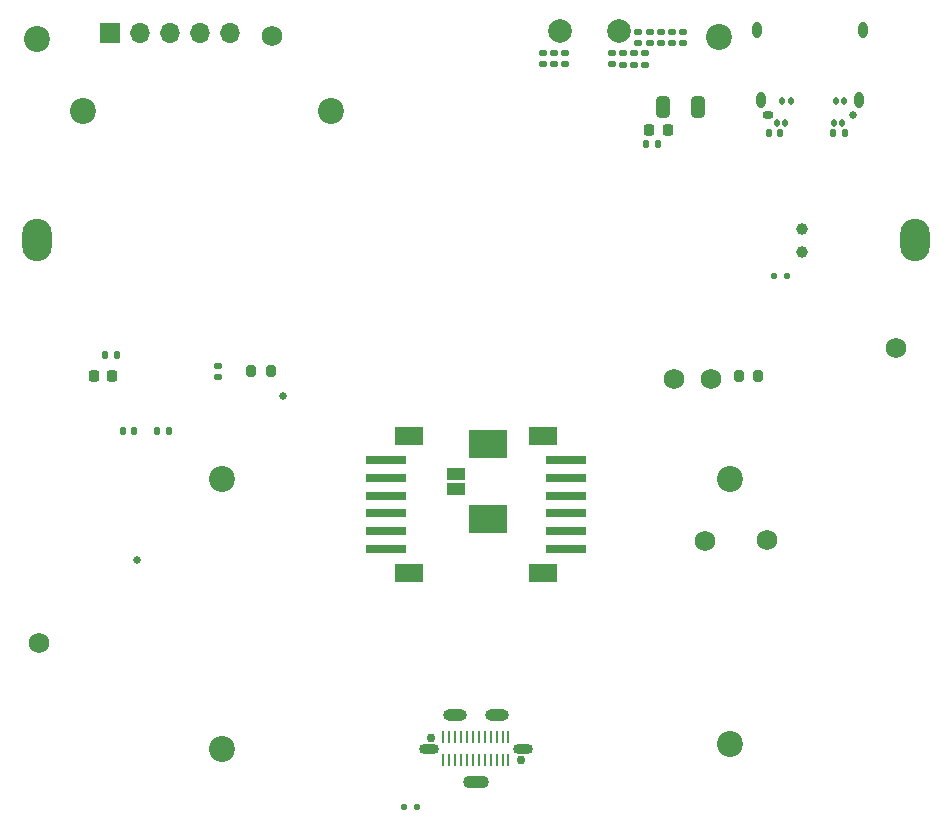
<source format=gbr>
%TF.GenerationSoftware,KiCad,Pcbnew,7.0.6-7.0.6~ubuntu22.04.1*%
%TF.CreationDate,2023-09-28T11:17:33-04:00*%
%TF.ProjectId,robot,726f626f-742e-46b6-9963-61645f706362,rev?*%
%TF.SameCoordinates,PX3938700PY9896800*%
%TF.FileFunction,Soldermask,Bot*%
%TF.FilePolarity,Negative*%
%FSLAX46Y46*%
G04 Gerber Fmt 4.6, Leading zero omitted, Abs format (unit mm)*
G04 Created by KiCad (PCBNEW 7.0.6-7.0.6~ubuntu22.04.1) date 2023-09-28 11:17:33*
%MOMM*%
%LPD*%
G01*
G04 APERTURE LIST*
G04 Aperture macros list*
%AMRoundRect*
0 Rectangle with rounded corners*
0 $1 Rounding radius*
0 $2 $3 $4 $5 $6 $7 $8 $9 X,Y pos of 4 corners*
0 Add a 4 corners polygon primitive as box body*
4,1,4,$2,$3,$4,$5,$6,$7,$8,$9,$2,$3,0*
0 Add four circle primitives for the rounded corners*
1,1,$1+$1,$2,$3*
1,1,$1+$1,$4,$5*
1,1,$1+$1,$6,$7*
1,1,$1+$1,$8,$9*
0 Add four rect primitives between the rounded corners*
20,1,$1+$1,$2,$3,$4,$5,0*
20,1,$1+$1,$4,$5,$6,$7,0*
20,1,$1+$1,$6,$7,$8,$9,0*
20,1,$1+$1,$8,$9,$2,$3,0*%
G04 Aperture macros list end*
%ADD10C,0.010000*%
%ADD11C,0.650000*%
%ADD12O,0.950000X0.650000*%
%ADD13O,0.800000X1.400000*%
%ADD14C,2.200000*%
%ADD15C,0.640000*%
%ADD16C,1.755000*%
%ADD17C,0.540000*%
%ADD18C,2.000000*%
%ADD19R,1.700000X1.700000*%
%ADD20O,1.700000X1.700000*%
%ADD21RoundRect,0.140000X0.170000X-0.140000X0.170000X0.140000X-0.170000X0.140000X-0.170000X-0.140000X0*%
%ADD22RoundRect,0.200000X0.200000X0.275000X-0.200000X0.275000X-0.200000X-0.275000X0.200000X-0.275000X0*%
%ADD23RoundRect,0.140000X0.140000X0.170000X-0.140000X0.170000X-0.140000X-0.170000X0.140000X-0.170000X0*%
%ADD24RoundRect,0.140000X-0.170000X0.140000X-0.170000X-0.140000X0.170000X-0.140000X0.170000X0.140000X0*%
%ADD25RoundRect,0.120000X0.100000X0.200000X-0.100000X0.200000X-0.100000X-0.200000X0.100000X-0.200000X0*%
%ADD26RoundRect,0.140000X-0.140000X-0.170000X0.140000X-0.170000X0.140000X0.170000X-0.140000X0.170000X0*%
%ADD27RoundRect,0.120000X-0.100000X-0.200000X0.100000X-0.200000X0.100000X0.200000X-0.100000X0.200000X0*%
%ADD28RoundRect,0.225000X0.225000X0.250000X-0.225000X0.250000X-0.225000X-0.250000X0.225000X-0.250000X0*%
%ADD29O,2.500000X3.600000*%
%ADD30C,0.750000*%
%ADD31R,0.280000X1.050000*%
%ADD32O,1.700000X0.850000*%
%ADD33O,2.000000X1.000000*%
%ADD34O,2.200000X1.100000*%
%ADD35RoundRect,0.225000X-0.225000X-0.250000X0.225000X-0.250000X0.225000X0.250000X-0.225000X0.250000X0*%
%ADD36R,3.403600X0.711200*%
%ADD37R,2.387600X1.600200*%
%ADD38RoundRect,0.250000X0.325000X0.650000X-0.325000X0.650000X-0.325000X-0.650000X0.325000X-0.650000X0*%
%ADD39C,1.000000*%
G04 APERTURE END LIST*
%TO.C,SW1*%
D10*
X42576200Y25523800D02*
X39423800Y25523800D01*
X39423800Y27776200D01*
X42576200Y27776200D01*
X42576200Y25523800D01*
G36*
X42576200Y25523800D02*
G01*
X39423800Y25523800D01*
X39423800Y27776200D01*
X42576200Y27776200D01*
X42576200Y25523800D01*
G37*
X38976200Y28723800D02*
X37523800Y28723800D01*
X37523800Y29676200D01*
X38976200Y29676200D01*
X38976200Y28723800D01*
G36*
X38976200Y28723800D02*
G01*
X37523800Y28723800D01*
X37523800Y29676200D01*
X38976200Y29676200D01*
X38976200Y28723800D01*
G37*
X38976200Y29973800D02*
X37523800Y29973800D01*
X37523800Y30926200D01*
X38976200Y30926200D01*
X38976200Y29973800D01*
G36*
X38976200Y29973800D02*
G01*
X37523800Y29973800D01*
X37523800Y30926200D01*
X38976200Y30926200D01*
X38976200Y29973800D01*
G37*
X42576200Y31873800D02*
X39423800Y31873800D01*
X39423800Y34126200D01*
X42576200Y34126200D01*
X42576200Y31873800D01*
G36*
X42576200Y31873800D02*
G01*
X39423800Y31873800D01*
X39423800Y34126200D01*
X42576200Y34126200D01*
X42576200Y31873800D01*
G37*
%TD*%
D11*
%TO.C,J1*%
X71900000Y60810002D03*
D12*
X64700000Y60810002D03*
D13*
X72790000Y68010000D03*
X72430000Y62060002D03*
X64170000Y62060002D03*
X63810000Y68010000D03*
%TD*%
D14*
%TO.C,H2*%
X61500000Y7500000D03*
%TD*%
%TO.C,H5*%
X61500000Y30000000D03*
%TD*%
D15*
%TO.C,Q5*%
X23627401Y37009900D03*
%TD*%
D16*
%TO.C,TP39*%
X22740000Y67460000D03*
%TD*%
D14*
%TO.C,H6*%
X18500000Y30000000D03*
%TD*%
D17*
%TO.C,U25*%
X65200000Y47150000D03*
X66300000Y47150000D03*
%TD*%
D16*
%TO.C,TP30*%
X56800000Y38429505D03*
%TD*%
D14*
%TO.C,H1*%
X18500000Y7135000D03*
%TD*%
%TO.C,TP29*%
X27750000Y61150000D03*
%TD*%
D16*
%TO.C,TP40*%
X75550000Y41100000D03*
%TD*%
D18*
%TO.C,J8*%
X47100000Y67900000D03*
X52100000Y67900000D03*
%TD*%
D15*
%TO.C,Q6*%
X11317500Y23150001D03*
%TD*%
D16*
%TO.C,TP41*%
X64650000Y24800000D03*
%TD*%
%TO.C,TP43*%
X59350000Y24750000D03*
%TD*%
%TO.C,TP34*%
X59900000Y38450000D03*
%TD*%
%TO.C,TP42*%
X3000000Y16100000D03*
%TD*%
D19*
%TO.C,J2*%
X8990000Y67730000D03*
D20*
X11530000Y67730000D03*
X14070000Y67730000D03*
X16610000Y67730000D03*
X19150000Y67730000D03*
%TD*%
D14*
%TO.C,H4*%
X2800000Y67200000D03*
%TD*%
D17*
%TO.C,U24*%
X33900000Y2200000D03*
X35000000Y2200000D03*
%TD*%
D14*
%TO.C,H3*%
X60591685Y67389038D03*
%TD*%
%TO.C,TP28*%
X6750000Y61100000D03*
%TD*%
D21*
%TO.C,C121*%
X55650000Y67860000D03*
X55650000Y66900000D03*
%TD*%
D22*
%TO.C,R90*%
X62250000Y38700000D03*
X63900000Y38700000D03*
%TD*%
D23*
%TO.C,C18*%
X70270000Y59250000D03*
X71230000Y59250000D03*
%TD*%
D24*
%TO.C,C128*%
X54350000Y65045000D03*
X54350000Y66005000D03*
%TD*%
D25*
%TO.C,U28*%
X70450000Y61950000D03*
X71150000Y61950000D03*
%TD*%
D26*
%TO.C,C14*%
X11075207Y34016169D03*
X10115207Y34016169D03*
%TD*%
D24*
%TO.C,C117*%
X53400000Y65045000D03*
X53400000Y66005000D03*
%TD*%
%TO.C,C118*%
X47550000Y65070000D03*
X47550000Y66030000D03*
%TD*%
%TO.C,C120*%
X46600000Y65070000D03*
X46600000Y66030000D03*
%TD*%
D27*
%TO.C,U27*%
X66150000Y60150000D03*
X65450000Y60150000D03*
%TD*%
D28*
%TO.C,C17*%
X7625000Y38700000D03*
X9175000Y38700000D03*
%TD*%
D25*
%TO.C,U26*%
X70300000Y60150000D03*
X71000000Y60150000D03*
%TD*%
D24*
%TO.C,C115*%
X52450000Y65045000D03*
X52450000Y66005000D03*
%TD*%
D29*
%TO.C,BT1*%
X2870000Y50215000D03*
X77130000Y50215000D03*
%TD*%
D21*
%TO.C,C116*%
X54700000Y67860000D03*
X54700000Y66900000D03*
%TD*%
D22*
%TO.C,R23*%
X20975000Y39100000D03*
X22625000Y39100000D03*
%TD*%
D26*
%TO.C,C19*%
X65750000Y59250000D03*
X64790000Y59250000D03*
%TD*%
D30*
%TO.C,J4*%
X43810000Y6220000D03*
X36190000Y8070000D03*
D31*
X37250000Y8125000D03*
X37750000Y8125000D03*
X38250000Y8125000D03*
X38750000Y8125000D03*
X39250000Y8125000D03*
X39750000Y8125000D03*
X40250000Y8125000D03*
X40750000Y8125000D03*
X41250000Y8125000D03*
X41750000Y8125000D03*
X42250000Y8125000D03*
X42750000Y8125000D03*
X42750000Y6175000D03*
X42250000Y6175000D03*
X41750000Y6175000D03*
X41250000Y6175000D03*
X40750000Y6175000D03*
X40250000Y6175000D03*
X39750000Y6175000D03*
X39250000Y6175000D03*
X38750000Y6175000D03*
X38250000Y6175000D03*
X37750000Y6175000D03*
X37250000Y6175000D03*
D32*
X44010000Y7150000D03*
D33*
X41750000Y9950000D03*
X38250000Y9950000D03*
D32*
X35990000Y7150000D03*
D34*
X40000000Y4350000D03*
%TD*%
D24*
%TO.C,C37*%
X18200000Y38620000D03*
X18200000Y39580000D03*
%TD*%
D35*
%TO.C,C124*%
X56225000Y59500000D03*
X54675000Y59500000D03*
%TD*%
D26*
%TO.C,C126*%
X55380000Y58300000D03*
X54420000Y58300000D03*
%TD*%
D23*
%TO.C,C11*%
X8620000Y40500000D03*
X9580000Y40500000D03*
%TD*%
D36*
%TO.C,J3*%
X32403500Y24075000D03*
X32403500Y25574999D03*
X32403500Y27074999D03*
X32403500Y28575001D03*
X32403500Y30075001D03*
X32403500Y31575000D03*
D37*
X34353501Y22024999D03*
X34353501Y33625001D03*
%TD*%
D21*
%TO.C,C113*%
X53750000Y67860000D03*
X53750000Y66900000D03*
%TD*%
%TO.C,C114*%
X57550000Y67860000D03*
X57550000Y66900000D03*
%TD*%
%TO.C,C122*%
X51500000Y66030000D03*
X51500000Y65070000D03*
%TD*%
D24*
%TO.C,C123*%
X45650000Y65070000D03*
X45650000Y66030000D03*
%TD*%
D36*
%TO.C,J5*%
X47596500Y31575000D03*
X47596500Y30075001D03*
X47596500Y28575001D03*
X47596500Y27074999D03*
X47596500Y25574999D03*
X47596500Y24075000D03*
D37*
X45646499Y33625001D03*
X45646499Y22024999D03*
%TD*%
D27*
%TO.C,U29*%
X66650000Y61950000D03*
X65950000Y61950000D03*
%TD*%
D38*
%TO.C,C125*%
X58775000Y61450000D03*
X55825000Y61450000D03*
%TD*%
D39*
%TO.C,TH1*%
X67605000Y51165000D03*
X67605000Y49165000D03*
%TD*%
D23*
%TO.C,C7*%
X13015207Y34016169D03*
X13975207Y34016169D03*
%TD*%
D21*
%TO.C,C119*%
X56600000Y67860000D03*
X56600000Y66900000D03*
%TD*%
M02*

</source>
